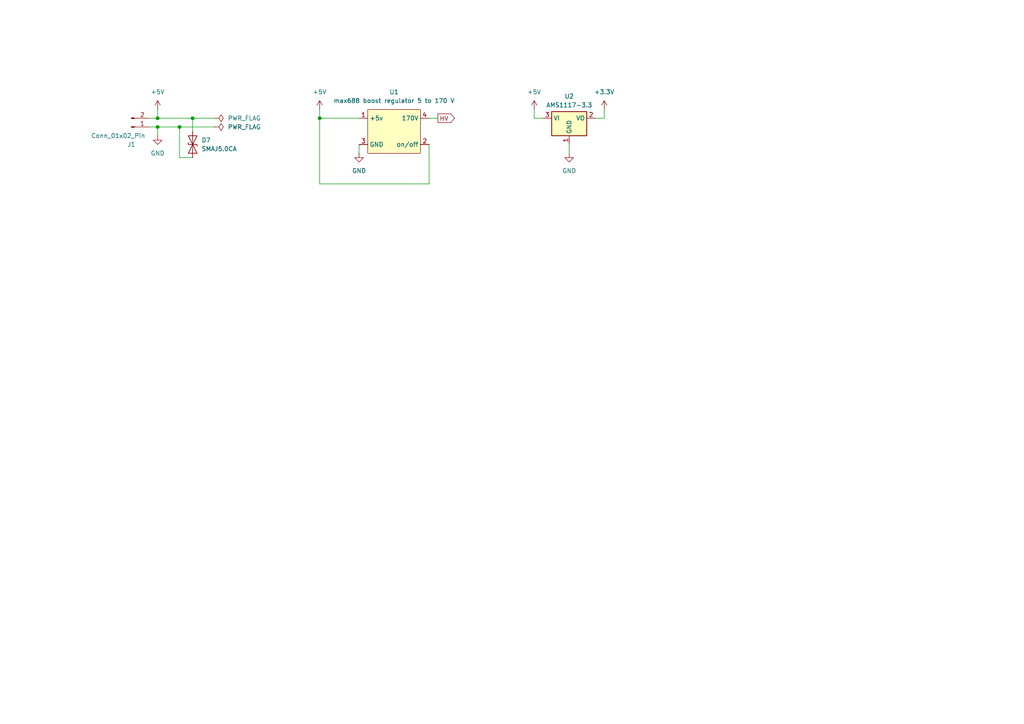
<source format=kicad_sch>
(kicad_sch (version 20231120) (generator "eeschema") (generator_version "8.0")
  (paper "A4")
  (lib_symbols
    (symbol "Connector:Conn_01x02_Pin" (pin_names (offset 1.016) hide)
      (property "Reference" "J" (at 0 2.54 0))
      (property "Value" "Conn_01x02_Pin" (at 0 -5.08 0))
      (symbol "Conn_01x02_Pin_1_1"
        (polyline (pts (xy 1.27 -2.54) (xy 0.8636 -2.54)) (stroke (width 0.1524)))
        (polyline (pts (xy 1.27 0) (xy 0.8636 0)) (stroke (width 0.1524)))
        (rectangle (start 0.8636 -2.413) (end 0 -2.667) (stroke (width 0.1524)) (fill (type outline)))
        (rectangle (start 0.8636 0.127) (end 0 -0.127) (stroke (width 0.1524)) (fill (type outline)))
        (pin passive line (at 5.08 0 180) (length 3.81) (name "Pin_1") (number "1"))
        (pin passive line (at 5.08 -2.54 180) (length 3.81) (name "Pin_2") (number "2"))
      )
    )
    (symbol "Diode:SMAJ5.0CA" (pin_numbers hide) (pin_names (offset 1.016) hide)
      (property "Reference" "D" (at 0 2.54 0))
      (property "Value" "SMAJ5.0CA" (at 0 -2.54 0))
      (symbol "SMAJ5.0CA_0_1"
        (polyline (pts (xy 1.27 0) (xy -1.27 0)))
        (polyline (pts (xy -2.54 -1.27) (xy 0 0) (xy -2.54 1.27) (xy -2.54 -1.27)) (stroke (width 0.2032)))
        (polyline (pts (xy 0.508 1.27) (xy 0 1.27) (xy 0 -1.27) (xy -0.508 -1.27)) (stroke (width 0.2032)))
        (polyline (pts (xy 2.54 1.27) (xy 2.54 -1.27) (xy 0 0) (xy 2.54 1.27)) (stroke (width 0.2032)))
      )
      (symbol "SMAJ5.0CA_1_1"
        (pin passive line (at -3.81 0 0) (length 2.54) (name "A1") (number "1"))
        (pin passive line (at 3.81 0 180) (length 2.54) (name "A2") (number "2"))
      )
    )
    (symbol "Regulator_Linear:AMS1117-3.3"
      (property "Reference" "U" (at -3.81 3.175 0))
      (property "Value" "AMS1117-3.3" (at 0 3.175 0))
      (symbol "AMS1117-3.3_0_1"
        (rectangle (start -5.08 -5.08) (end 5.08 1.905) (stroke (width 0.254)) (fill (type background)))
      )
      (symbol "AMS1117-3.3_1_1"
        (pin power_in line (at 0 -7.62 90) (length 2.54) (name "GND") (number "1"))
        (pin power_out line (at 7.62 0 180) (length 2.54) (name "VO") (number "2"))
        (pin power_in line (at -7.62 0 0) (length 2.54) (name "VI") (number "3"))
      )
    )
    (symbol "power:+3.3V" (power) (pin_numbers hide) (pin_names (offset 0) hide)
      (property "Value" "+3.3V" (at 0 3.556 0))
      (symbol "+3.3V_0_1"
        (polyline (pts (xy -0.762 1.27) (xy 0 2.54)))
        (polyline (pts (xy 0 0) (xy 0 2.54)))
        (polyline (pts (xy 0 2.54) (xy 0.762 1.27)))
      )
      (symbol "+3.3V_1_1"
        (pin power_in line (at 0 0 90) (length 0) (name "~") (number "1"))
      )
    )
    (symbol "power:+5V" (power) (pin_numbers hide) (pin_names (offset 0) hide)
      (property "Value" "+5V" (at 0 3.556 0))
      (symbol "+5V_0_1"
        (polyline (pts (xy -0.762 1.27) (xy 0 2.54)))
        (polyline (pts (xy 0 0) (xy 0 2.54)))
        (polyline (pts (xy 0 2.54) (xy 0.762 1.27)))
      )
      (symbol "+5V_1_1"
        (pin power_in line (at 0 0 90) (length 0) (name "~") (number "1"))
      )
    )
    (symbol "power:GND" (power) (pin_numbers hide) (pin_names (offset 0) hide)
      (property "Value" "GND" (at 0 -3.81 0))
      (symbol "GND_0_1"
        (polyline (pts (xy 0 0) (xy 0 -1.27) (xy 1.27 -1.27) (xy 0 -2.54) (xy -1.27 -1.27) (xy 0 -1.27)))
      )
      (symbol "GND_1_1"
        (pin power_in line (at 0 0 270) (length 0) (name "~") (number "1"))
      )
    )
    (symbol "power:PWR_FLAG" (power) (pin_numbers hide) (pin_names (offset 0) hide)
      (property "Value" "PWR_FLAG" (at 0 3.81 0))
      (symbol "PWR_FLAG_0_0"
        (pin power_out line (at 0 0 90) (length 0) (name "~") (number "1"))
      )
      (symbol "PWR_FLAG_0_1"
        (polyline (pts (xy 0 0) (xy 0 1.27) (xy -1.016 1.905) (xy 0 2.54) (xy 1.016 1.905) (xy 0 1.27)))
      )
    )
    (symbol "project_library:max688_boost_regulator_5_to_170_V"
      (property "Reference" "U" (at -6.35 11.43 0))
      (property "Value" "max688 boost regulator 5 to 170 V" (at 0 8.89 0))
      (symbol "max688_boost_regulator_5_to_170_V_1_1"
        (rectangle (start -7.62 6.35) (end 7.62 -6.35) (fill (type background)))
        (pin power_in line (at -10.16 3.81 0) (length 2.54) (name "+5v") (number "1"))
        (pin input line (at 10.16 -3.81 180) (length 2.54) (name "on/off") (number "2"))
        (pin power_in line (at -10.16 -3.81 0) (length 2.54) (name "GND") (number "3"))
        (pin power_out line (at 10.16 3.81 180) (length 2.54) (name "170V") (number "4"))
      )
    )
  )
  (junction (at 52.07 36.83))
  (junction (at 45.72 34.29))
  (junction (at 92.71 34.29))
  (junction (at 45.72 36.83))
  (junction (at 55.88 34.29))
  (wire (pts (xy 43.18 36.83) (xy 45.72 36.83)))
  (wire (pts (xy 55.88 34.29) (xy 62.23 34.29)))
  (wire (pts (xy 92.71 31.75) (xy 92.71 34.29)))
  (wire (pts (xy 45.72 36.83) (xy 45.72 39.37)))
  (wire (pts (xy 92.71 53.34) (xy 92.71 34.29)))
  (wire (pts (xy 154.94 34.29) (xy 157.48 34.29)))
  (wire (pts (xy 175.26 34.29) (xy 175.26 31.75)))
  (wire (pts (xy 52.07 36.83) (xy 62.23 36.83)))
  (wire (pts (xy 92.71 34.29) (xy 104.14 34.29)))
  (wire (pts (xy 124.46 34.29) (xy 127 34.29)))
  (wire (pts (xy 124.46 41.91) (xy 124.46 53.34)))
  (wire (pts (xy 154.94 31.75) (xy 154.94 34.29)))
  (wire (pts (xy 43.18 34.29) (xy 45.72 34.29)))
  (wire (pts (xy 55.88 38.1) (xy 55.88 34.29)))
  (wire (pts (xy 104.14 44.45) (xy 104.14 41.91)))
  (wire (pts (xy 45.72 36.83) (xy 52.07 36.83)))
  (wire (pts (xy 165.1 41.91) (xy 165.1 44.45)))
  (wire (pts (xy 124.46 53.34) (xy 92.71 53.34)))
  (wire (pts (xy 55.88 45.72) (xy 52.07 45.72)))
  (wire (pts (xy 172.72 34.29) (xy 175.26 34.29)))
  (wire (pts (xy 45.72 34.29) (xy 55.88 34.29)))
  (wire (pts (xy 45.72 34.29) (xy 45.72 31.75)))
  (wire (pts (xy 52.07 45.72) (xy 52.07 36.83)))
  (global_label "HV" (shape output) (at 127 34.29 0) (property "Intersheetrefs" "${INTERSHEET_REFS}" (effects (hide yes))))
  (symbol (lib_id "Diode:SMAJ5.0CA") (at 55.88 41.91 90) (unit 1)
    (property "Reference" "D7" (at 58.42 40.64 90) (effects (justify right)))
    (property "Value" "SMAJ5.0CA" (at 58.42 43.18 90) (effects (justify right)))
    (property "Footprint" "Diode_SMD:D_SMA" (effects (hide yes)))
    (property "Datasheet" "https://www.littelfuse.com/media?resourcetype=datasheets&itemid=75e32973-b177-4ee3-a0ff-cedaf1abdb93&filename=smaj-datasheet" (effects (hide yes)))
  )
  (symbol (lib_id "power:PWR_FLAG") (at 62.23 36.83 270) (unit 1)
    (property "Reference" "#FLG01" (effects (hide yes)))
    (property "Value" "PWR_FLAG" (at 66.04 36.83 90) (effects (justify left)))
    (property "Description" "Special symbol for telling ERC where power comes from" (effects (hide yes)))
  )
  (symbol (lib_id "power:+5V") (at 154.94 31.75 0) (unit 1)
    (property "Reference" "#PWR03" (effects (hide yes)))
    (property "Value" "+5V" (at 154.94 26.67 0))
    (property "Description" "Power symbol creates a global label with name \"+5V\"" (effects (hide yes)))
  )
  (symbol (lib_id "power:+3.3V") (at 175.26 31.75 0) (unit 1)
    (property "Reference" "#PWR05" (effects (hide yes)))
    (property "Value" "+3.3V" (at 175.26 26.67 0))
    (property "Description" "Power symbol creates a global label with name \"+3.3V\"" (effects (hide yes)))
  )
  (symbol (lib_id "project_library:max688_boost_regulator_5_to_170_V") (at 114.3 38.1 0) (unit 1)
    (property "Reference" "U1" (at 114.3 26.67 0))
    (property "Value" "max688 boost regulator 5 to 170 V" (at 114.3 29.21 0))
    (property "Footprint" "project_library:max668_boost_regulator" (effects (hide yes)))
  )
  (symbol (lib_id "power:GND") (at 165.1 44.45 0) (unit 1)
    (property "Reference" "#PWR04" (effects (hide yes)))
    (property "Value" "GND" (at 165.1 49.53 0))
    (property "Description" "Power symbol creates a global label with name \"GND\" , ground" (effects (hide yes)))
  )
  (symbol (lib_id "power:PWR_FLAG") (at 62.23 34.29 270) (unit 1)
    (property "Reference" "#FLG02" (effects (hide yes)))
    (property "Value" "PWR_FLAG" (at 66.04 34.29 90) (effects (justify left)))
    (property "Description" "Special symbol for telling ERC where power comes from" (effects (hide yes)))
  )
  (symbol (lib_id "power:GND") (at 45.72 39.37 0) (unit 1)
    (property "Reference" "#PWR07" (effects (hide yes)))
    (property "Value" "GND" (at 45.72 44.45 0))
    (property "Description" "Power symbol creates a global label with name \"GND\" , ground" (effects (hide yes)))
  )
  (symbol (lib_id "power:GND") (at 104.14 44.45 0) (unit 1)
    (property "Reference" "#PWR02" (effects (hide yes)))
    (property "Value" "GND" (at 104.14 49.53 0))
    (property "Description" "Power symbol creates a global label with name \"GND\" , ground" (effects (hide yes)))
  )
  (symbol (lib_id "power:+5V") (at 92.71 31.75 0) (unit 1)
    (property "Reference" "#PWR01" (effects (hide yes)))
    (property "Value" "+5V" (at 92.71 26.67 0))
    (property "Description" "Power symbol creates a global label with name \"+5V\"" (effects (hide yes)))
  )
  (symbol (lib_id "Connector:Conn_01x02_Pin") (at 38.1 36.83 0) (mirror x) (unit 1)
    (property "Reference" "J1" (at 38.1 41.91 0))
    (property "Value" "Conn_01x02_Pin" (at 34.29 39.37 0))
    (property "Footprint" "Connector_JST:JST_EH_B2B-EH-A_1x02_P2.50mm_Vertical" (effects (hide yes)))
  )
  (symbol (lib_id "Regulator_Linear:AMS1117-3.3") (at 165.1 34.29 0) (unit 1)
    (property "Reference" "U2" (at 165.1 27.94 0))
    (property "Value" "AMS1117-3.3" (at 165.1 30.48 0))
    (property "Footprint" "Package_TO_SOT_SMD:SOT-223-3_TabPin2" (effects (hide yes)))
    (property "Datasheet" "http://www.advanced-monolithic.com/pdf/ds1117.pdf" (effects (hide yes)))
  )
  (symbol (lib_id "power:+5V") (at 45.72 31.75 0) (unit 1)
    (property "Reference" "#PWR06" (effects (hide yes)))
    (property "Value" "+5V" (at 45.72 26.67 0))
    (property "Description" "Power symbol creates a global label with name \"+5V\"" (effects (hide yes)))
  )
)
</source>
